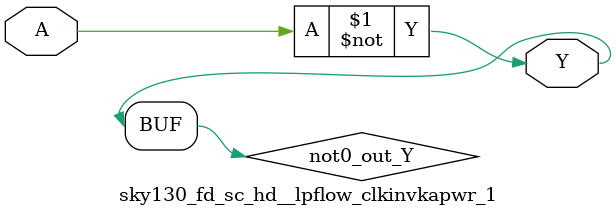
<source format=v>
/*
 * Copyright 2020 The SkyWater PDK Authors
 *
 * Licensed under the Apache License, Version 2.0 (the "License");
 * you may not use this file except in compliance with the License.
 * You may obtain a copy of the License at
 *
 *     https://www.apache.org/licenses/LICENSE-2.0
 *
 * Unless required by applicable law or agreed to in writing, software
 * distributed under the License is distributed on an "AS IS" BASIS,
 * WITHOUT WARRANTIES OR CONDITIONS OF ANY KIND, either express or implied.
 * See the License for the specific language governing permissions and
 * limitations under the License.
 *
 * SPDX-License-Identifier: Apache-2.0
*/


`ifndef SKY130_FD_SC_HD__LPFLOW_CLKINVKAPWR_1_FUNCTIONAL_V
`define SKY130_FD_SC_HD__LPFLOW_CLKINVKAPWR_1_FUNCTIONAL_V

/**
 * lpflow_clkinvkapwr: Clock tree inverter on keep-alive rail.
 *
 * Verilog simulation functional model.
 */

`timescale 1ns / 1ps
`default_nettype none

`celldefine
module sky130_fd_sc_hd__lpflow_clkinvkapwr_1 (
    Y,
    A
);

    // Module ports
    output Y;
    input  A;

    // Local signals
    wire not0_out_Y;

    //  Name  Output      Other arguments
    not not0 (not0_out_Y, A              );
    buf buf0 (Y         , not0_out_Y     );

endmodule
`endcelldefine

`default_nettype wire
`endif  // SKY130_FD_SC_HD__LPFLOW_CLKINVKAPWR_1_FUNCTIONAL_V

</source>
